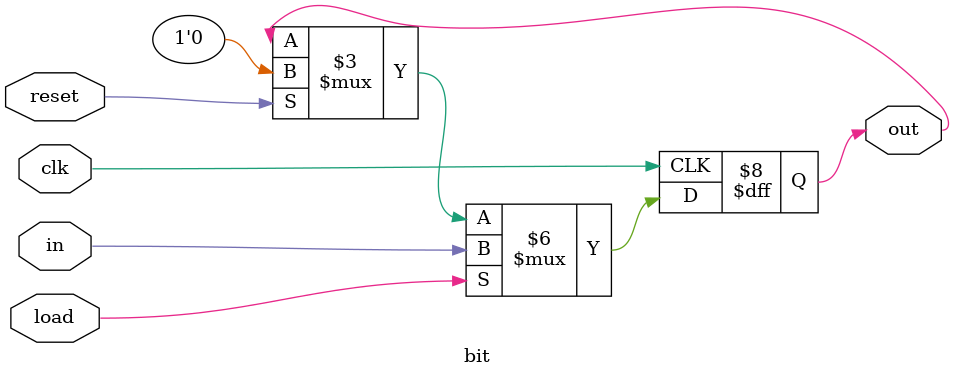
<source format=v>
module bit(out, in, load, reset, clk);
   input in, load, clk, reset;
   output out;
   reg 	  out;
   
   always @(posedge clk) begin
      if (load)
	out <= in;
      else if (reset)
	out <= 0;
      else
	out <= out;
   end

endmodule

</source>
